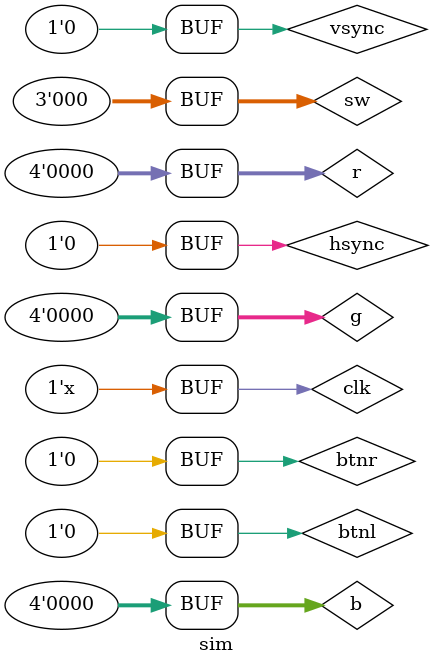
<source format=sv>
`timescale 1ns / 1ps

module sim(

    );
    localparam CLK_PERIOD = 10;
    localparam EN_PERIOD = 100;
    
    reg clk;
    initial clk =1'b0;
    
    always #(CLK_PERIOD/2.0)
        clk = ~clk;
        
    reg [2:0] sw;
    reg btnl, btnr;
    reg [3:0] r, g, b;
    reg hsync, vsync;
    
    initial begin 
        #10 sw <= 0; 
        #10 btnl <= 0; 
        #10 btnr <= 0; 
        #10 r <= 0; 
        #10 g <= 0; 
        #10 b <= 0; 
        #10 hsync <= 0;
        #10 vsync <= 0;
    end
    
    game_top M1(
    clk,
     sw,
    btnl, btnr,
    r,
    g,
    b,
    hsync,
    vsync
    );
    

endmodule

</source>
